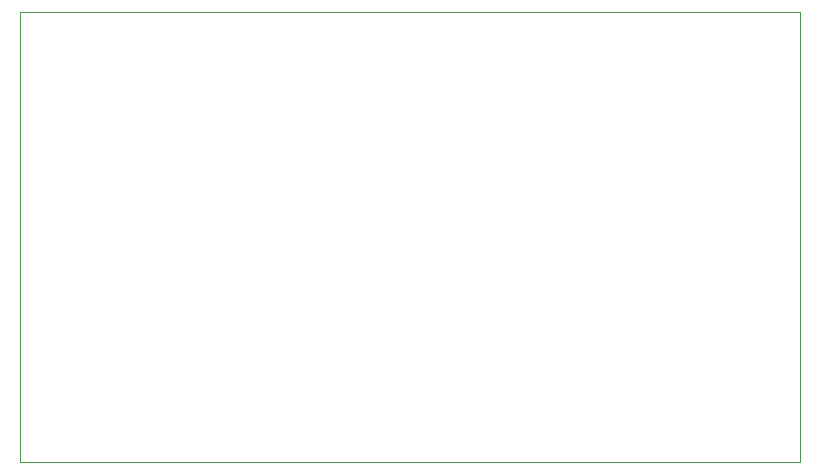
<source format=gbr>
%TF.GenerationSoftware,KiCad,Pcbnew,(6.0.1)*%
%TF.CreationDate,2022-02-08T00:13:08+06:30*%
%TF.ProjectId,soft power  latch v1.0,736f6674-2070-46f7-9765-7220206c6174,rev?*%
%TF.SameCoordinates,Original*%
%TF.FileFunction,Profile,NP*%
%FSLAX46Y46*%
G04 Gerber Fmt 4.6, Leading zero omitted, Abs format (unit mm)*
G04 Created by KiCad (PCBNEW (6.0.1)) date 2022-02-08 00:13:08*
%MOMM*%
%LPD*%
G01*
G04 APERTURE LIST*
%TA.AperFunction,Profile*%
%ADD10C,0.100000*%
%TD*%
G04 APERTURE END LIST*
D10*
X114300000Y-97790000D02*
X180340000Y-97790000D01*
X180340000Y-97790000D02*
X180340000Y-135890000D01*
X180340000Y-135890000D02*
X114300000Y-135890000D01*
X114300000Y-135890000D02*
X114300000Y-97790000D01*
M02*

</source>
